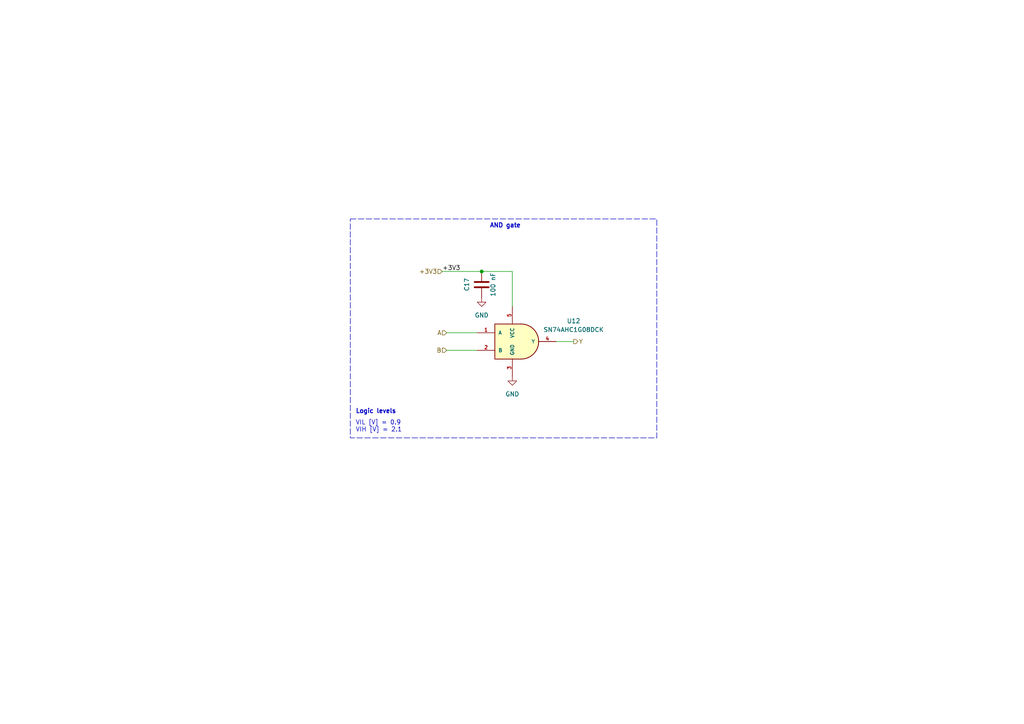
<source format=kicad_sch>
(kicad_sch (version 20231120) (generator "eeschema") (generator_version "8.0")
  (paper "A4")
  (lib_symbols
    (symbol "Device:C" (pin_numbers hide) (pin_names (offset 0.254))
      (property "Reference" "C" (at 0.635 2.54 0))
      (property "Value" "C" (at 0.635 -2.54 0))
      (symbol "C_0_1"
        (polyline (pts (xy -2.032 -0.762) (xy 2.032 -0.762)) (stroke (width 0.508)))
        (polyline (pts (xy -2.032 0.762) (xy 2.032 0.762)) (stroke (width 0.508)))
      )
      (symbol "C_1_1"
        (pin passive line (at 0 3.81 270) (length 2.794) (name "~") (number "1"))
        (pin passive line (at 0 -3.81 90) (length 2.794) (name "~") (number "2"))
      )
    )
    (symbol "power:GND" (power) (pin_numbers hide) (pin_names (offset 0) hide)
      (property "Value" "GND" (at 0 -3.81 0))
      (symbol "GND_0_1"
        (polyline (pts (xy 0 0) (xy 0 -1.27) (xy 1.27 -1.27) (xy 0 -2.54) (xy -1.27 -1.27) (xy 0 -1.27)))
      )
      (symbol "GND_1_1"
        (pin power_in line (at 0 0 270) (length 0) (name "~") (number "1"))
      )
    )
    (symbol "rpi_power_warden_hat:SN74AHC1G08DCK" (pin_names (offset 1.016))
      (property "Reference" "U" (at -7.366 5.588 0))
      (property "Value" "SN74AHC1G08DCK" (at -1.524 -7.62 0))
      (symbol "SN74AHC1G08DCK_0_0"
        (pin input line (at -12.7 2.54 0) (length 5.08) (name "A") (number "1"))
        (pin input line (at -12.7 -2.54 0) (length 5.08) (name "B") (number "2"))
        (pin power_in line (at -2.54 -10.16 90) (length 5.08) (name "GND") (number "3"))
        (pin output line (at 10.16 0 180) (length 5.08) (name "Y") (number "4"))
        (pin power_in line (at -2.54 10.16 270) (length 5.08) (name "VCC") (number "5"))
      )
      (symbol "SN74AHC1G08DCK_0_1"
        (polyline (pts (xy 0.0221 -5.08) (xy -7.5979 -5.08) (xy -7.5979 5.08) (xy 0.0221 5.08)) (stroke (width 0.254)) (fill (type background)))
        (arc (start 0.0221 -5.08) (mid 5.08 0) (end 0.0221 5.08) (stroke (width 0.254)) (fill (type background)))
      )
    )
  )
  (junction (at 139.7 78.74))
  (wire (pts (xy 148.59 88.9) (xy 148.59 78.74)))
  (wire (pts (xy 129.54 101.6) (xy 138.43 101.6)))
  (wire (pts (xy 139.7 78.74) (xy 148.59 78.74)))
  (wire (pts (xy 128.27 78.74) (xy 139.7 78.74)))
  (wire (pts (xy 161.29 99.06) (xy 166.37 99.06)))
  (wire (pts (xy 129.54 96.52) (xy 138.43 96.52)))
  (rectangle (start 101.6 63.5) (end 190.5 127) (stroke (width 0) (type dash)))
  (text "VIL [V] = 0.9\nVIH [V] = 2.1\n" (at 103.124 123.698 0) (effects (font (size 1.27 1.27)) (justify left)))
  (text "AND gate" (at 146.558 65.532 0) (effects (font (size 1.27 1.27) (thickness 0.254) (bold yes))))
  (text "Logic levels\n" (at 103.124 119.38 0) (effects (font (size 1.27 1.27) (thickness 0.254) (bold yes)) (justify left)))
  (label "+3V3" (at 128.27 78.74 0))
  (hierarchical_label "+3V3" (shape input) (at 128.27 78.74 180))
  (hierarchical_label "Y" (shape output) (at 166.37 99.06 0))
  (hierarchical_label "A" (shape input) (at 129.54 96.52 180))
  (hierarchical_label "B" (shape input) (at 129.54 101.6 180))
  (symbol (lib_id "power:GND") (at 139.7 86.36 0) (unit 1)
    (property "Reference" "#PWR42" (effects (hide yes)))
    (property "Value" "GND" (at 139.7 91.44 0))
    (property "Description" "Power symbol creates a global label with name \"GND\" , ground" (effects (hide yes)))
    (instances (project "rpi_power_warden_hat" (path "" (reference "#PWR42") (unit 1)) (path "" (reference "#PWR40") (unit 1))))
  )
  (symbol (lib_id "rpi_power_warden_hat:SN74AHC1G08DCK") (at 151.13 99.06 0) (unit 1)
    (property "Reference" "U9" (at 166.37 93.0908 0))
    (property "Value" "SN74AHC1G08DCK" (at 166.37 95.6308 0))
    (property "Footprint" "rpi_power_warden_hat:SOT-353" (effects (hide yes)))
    (property "Datasheet" "https://www.ti.com/lit/ds/symlink/sn74ahc1g08.pdf?HQS=dis-dk-null-digikeymode-dsf-pf-null-wwe&ts=1748629817144&ref_url=https%253A%252F%252Fwww.ti.com%252Fgeneral%252Fdocs%252Fsuppproductinfo.tsp%253FdistId%253D10%2526gotoUrl%253Dhttps%253A%252F%252Fwww.ti.com%252Flit%252Fgpn%252Fsn74ahc1g08" (effects (hide yes)))
    (property "Description" "IC GATE AND 1CH 2-INP SOT23-5" (effects (hide yes)))
    (property "mpn" "SN74AHC1G08DCK" (effects (hide yes)))
    (property "manufacturer" "Texas Instruments" (effects (hide yes)))
    (instances (project "" (path "" (reference "U12") (unit 1)) (path "" (reference "U9") (unit 1))))
  )
  (symbol (lib_id "power:GND") (at 148.59 109.22 0) (unit 1)
    (property "Reference" "#PWR43" (effects (hide yes)))
    (property "Value" "GND" (at 148.59 114.3 0))
    (property "Description" "Power symbol creates a global label with name \"GND\" , ground" (effects (hide yes)))
    (instances (project "rpi_power_warden_hat" (path "" (reference "#PWR43") (unit 1)) (path "" (reference "#PWR41") (unit 1))))
  )
  (symbol (lib_id "Device:C") (at 139.7 82.55 180) (unit 1)
    (property "Reference" "C17" (at 135.382 82.55 90))
    (property "Value" "100 nF" (at 143.002 82.55 90))
    (property "Footprint" "Capacitor_SMD:C_0603_1608Metric_Pad1.08x0.95mm_HandSolder" (effects (hide yes)))
    (property "Description" "CAP 0603 25V 100 NF X5R" (effects (hide yes)))
    (property "mpn" "CC0603KRX5R8BB104" (effects (hide yes)))
    (property "manufacturer" "YAGEO" (effects (hide yes)))
    (instances (project "rpi_power_warden_hat" (path "" (reference "C17") (unit 1)) (path "" (reference "C16") (unit 1))))
  )
)
</source>
